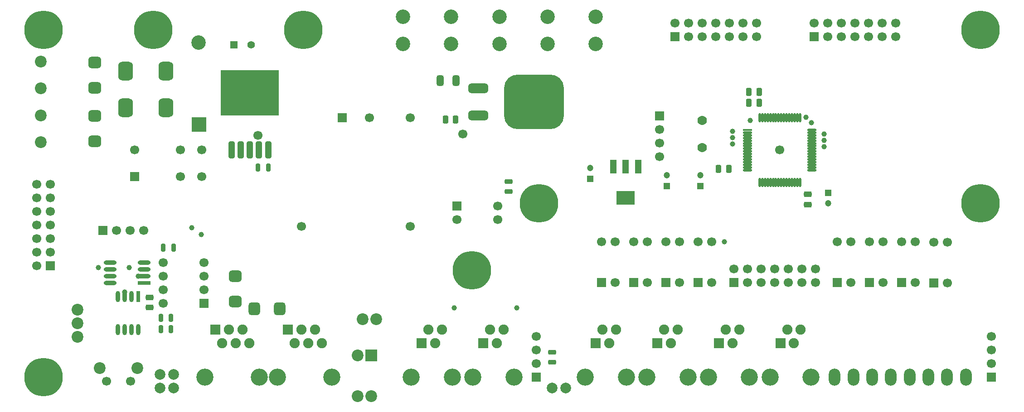
<source format=gts>
G04 Layer_Color=8388736*
%FSLAX42Y42*%
%MOMM*%
G71*
G01*
G75*
%ADD56C,1.00*%
%ADD59C,1.20*%
%ADD61C,1.70*%
%ADD63R,1.70X1.70*%
G04:AMPARAMS|DCode=71|XSize=0.9mm|YSize=1.5mm|CornerRadius=0.28mm|HoleSize=0mm|Usage=FLASHONLY|Rotation=90.000|XOffset=0mm|YOffset=0mm|HoleType=Round|Shape=RoundedRectangle|*
%AMROUNDEDRECTD71*
21,1,0.90,0.95,0,0,90.0*
21,1,0.35,1.50,0,0,90.0*
1,1,0.55,0.47,0.17*
1,1,0.55,0.47,-0.17*
1,1,0.55,-0.47,-0.17*
1,1,0.55,-0.47,0.17*
%
%ADD71ROUNDEDRECTD71*%
%ADD72O,0.80X2.10*%
%ADD73R,0.80X2.10*%
%ADD74O,2.40X0.80*%
%ADD75R,2.40X0.80*%
%ADD76O,0.45X1.75*%
%ADD77O,1.75X0.45*%
%ADD78R,1.75X0.45*%
G04:AMPARAMS|DCode=79|XSize=1.2mm|YSize=3.2mm|CornerRadius=0.35mm|HoleSize=0mm|Usage=FLASHONLY|Rotation=0.000|XOffset=0mm|YOffset=0mm|HoleType=Round|Shape=RoundedRectangle|*
%AMROUNDEDRECTD79*
21,1,1.20,2.50,0,0,0.0*
21,1,0.50,3.20,0,0,0.0*
1,1,0.70,0.25,-1.25*
1,1,0.70,-0.25,-1.25*
1,1,0.70,-0.25,1.25*
1,1,0.70,0.25,1.25*
%
%ADD79ROUNDEDRECTD79*%
%ADD80R,10.80X8.50*%
G04:AMPARAMS|DCode=81|XSize=0.9mm|YSize=1.5mm|CornerRadius=0.28mm|HoleSize=0mm|Usage=FLASHONLY|Rotation=180.000|XOffset=0mm|YOffset=0mm|HoleType=Round|Shape=RoundedRectangle|*
%AMROUNDEDRECTD81*
21,1,0.90,0.95,0,0,180.0*
21,1,0.35,1.50,0,0,180.0*
1,1,0.55,-0.17,0.47*
1,1,0.55,0.17,0.47*
1,1,0.55,0.17,-0.47*
1,1,0.55,-0.17,-0.47*
%
%ADD81ROUNDEDRECTD81*%
G04:AMPARAMS|DCode=82|XSize=2.2mm|YSize=2.4mm|CornerRadius=0.6mm|HoleSize=0mm|Usage=FLASHONLY|Rotation=0.000|XOffset=0mm|YOffset=0mm|HoleType=Round|Shape=RoundedRectangle|*
%AMROUNDEDRECTD82*
21,1,2.20,1.20,0,0,0.0*
21,1,1.00,2.40,0,0,0.0*
1,1,1.20,0.50,-0.60*
1,1,1.20,-0.50,-0.60*
1,1,1.20,-0.50,0.60*
1,1,1.20,0.50,0.60*
%
%ADD82ROUNDEDRECTD82*%
G04:AMPARAMS|DCode=83|XSize=2.2mm|YSize=2.4mm|CornerRadius=0.6mm|HoleSize=0mm|Usage=FLASHONLY|Rotation=270.000|XOffset=0mm|YOffset=0mm|HoleType=Round|Shape=RoundedRectangle|*
%AMROUNDEDRECTD83*
21,1,2.20,1.20,0,0,270.0*
21,1,1.00,2.40,0,0,270.0*
1,1,1.20,-0.60,-0.50*
1,1,1.20,-0.60,0.50*
1,1,1.20,0.60,0.50*
1,1,1.20,0.60,-0.50*
%
%ADD83ROUNDEDRECTD83*%
G04:AMPARAMS|DCode=84|XSize=2.7mm|YSize=3.5mm|CornerRadius=0.72mm|HoleSize=0mm|Usage=FLASHONLY|Rotation=180.000|XOffset=0mm|YOffset=0mm|HoleType=Round|Shape=RoundedRectangle|*
%AMROUNDEDRECTD84*
21,1,2.70,2.05,0,0,180.0*
21,1,1.25,3.50,0,0,180.0*
1,1,1.45,-0.63,1.02*
1,1,1.45,0.63,1.02*
1,1,1.45,0.63,-1.02*
1,1,1.45,-0.63,-1.02*
%
%ADD84ROUNDEDRECTD84*%
G04:AMPARAMS|DCode=85|XSize=1.1mm|YSize=1.5mm|CornerRadius=0.33mm|HoleSize=0mm|Usage=FLASHONLY|Rotation=90.000|XOffset=0mm|YOffset=0mm|HoleType=Round|Shape=RoundedRectangle|*
%AMROUNDEDRECTD85*
21,1,1.10,0.85,0,0,90.0*
21,1,0.45,1.50,0,0,90.0*
1,1,0.65,0.42,0.23*
1,1,0.65,0.42,-0.23*
1,1,0.65,-0.42,-0.23*
1,1,0.65,-0.42,0.23*
%
%ADD85ROUNDEDRECTD85*%
G04:AMPARAMS|DCode=86|XSize=1.1mm|YSize=1.5mm|CornerRadius=0.33mm|HoleSize=0mm|Usage=FLASHONLY|Rotation=180.000|XOffset=0mm|YOffset=0mm|HoleType=Round|Shape=RoundedRectangle|*
%AMROUNDEDRECTD86*
21,1,1.10,0.85,0,0,180.0*
21,1,0.45,1.50,0,0,180.0*
1,1,0.65,-0.23,0.42*
1,1,0.65,0.23,0.42*
1,1,0.65,0.23,-0.42*
1,1,0.65,-0.23,-0.42*
%
%ADD86ROUNDEDRECTD86*%
G04:AMPARAMS|DCode=87|XSize=1.35mm|YSize=2mm|CornerRadius=0.39mm|HoleSize=0mm|Usage=FLASHONLY|Rotation=0.000|XOffset=0mm|YOffset=0mm|HoleType=Round|Shape=RoundedRectangle|*
%AMROUNDEDRECTD87*
21,1,1.35,1.23,0,0,0.0*
21,1,0.57,2.00,0,0,0.0*
1,1,0.78,0.29,-0.61*
1,1,0.78,-0.29,-0.61*
1,1,0.78,-0.29,0.61*
1,1,0.78,0.29,0.61*
%
%ADD87ROUNDEDRECTD87*%
%ADD88R,3.50X2.60*%
%ADD89R,1.20X2.60*%
G04:AMPARAMS|DCode=90|XSize=1.8mm|YSize=3.7mm|CornerRadius=0.5mm|HoleSize=0mm|Usage=FLASHONLY|Rotation=270.000|XOffset=0mm|YOffset=0mm|HoleType=Round|Shape=RoundedRectangle|*
%AMROUNDEDRECTD90*
21,1,1.80,2.70,0,0,270.0*
21,1,0.80,3.70,0,0,270.0*
1,1,1.00,-1.35,-0.40*
1,1,1.00,-1.35,0.40*
1,1,1.00,1.35,0.40*
1,1,1.00,1.35,-0.40*
%
%ADD90ROUNDEDRECTD90*%
G04:AMPARAMS|DCode=91|XSize=10.2mm|YSize=11.2mm|CornerRadius=2.6mm|HoleSize=0mm|Usage=FLASHONLY|Rotation=270.000|XOffset=0mm|YOffset=0mm|HoleType=Round|Shape=RoundedRectangle|*
%AMROUNDEDRECTD91*
21,1,10.20,6.00,0,0,270.0*
21,1,5.00,11.20,0,0,270.0*
1,1,5.20,-3.00,-2.50*
1,1,5.20,-3.00,2.50*
1,1,5.20,3.00,2.50*
1,1,5.20,3.00,-2.50*
%
%ADD91ROUNDEDRECTD91*%
%ADD92C,7.20*%
%ADD93C,1.77*%
%ADD94C,2.20*%
%ADD95R,2.70X2.70*%
%ADD96C,2.70*%
%ADD97C,1.70*%
%ADD98R,1.70X1.70*%
%ADD99R,1.70X1.70*%
%ADD100R,1.70X1.70*%
%ADD101C,2.20*%
%ADD102R,2.20X2.20*%
%ADD103C,2.00*%
%ADD104R,1.20X1.20*%
%ADD105R,1.40X1.40*%
%ADD106C,1.40*%
%ADD107O,2.20X3.20*%
%ADD108C,1.90*%
%ADD109C,3.20*%
%ADD110R,1.90X1.90*%
D56*
X14580Y4310D02*
D03*
Y4430D02*
D03*
Y4550D02*
D03*
X12712Y2533D02*
D03*
X13198Y4800D02*
D03*
X8835Y1298D02*
D03*
X7672Y1295D02*
D03*
X14240Y4860D02*
D03*
X14340Y4760D02*
D03*
X12870Y4360D02*
D03*
Y4600D02*
D03*
Y4480D02*
D03*
X1770Y1893D02*
D03*
X1515Y1598D02*
D03*
X1595Y2053D02*
D03*
X1025Y2048D02*
D03*
X2765Y2795D02*
D03*
X2945Y2668D02*
D03*
D59*
X12262Y3778D02*
D03*
X11638D02*
D03*
X10210Y3915D02*
D03*
X14650Y3250D02*
D03*
D61*
X4814Y2819D02*
D03*
X6846Y2819D02*
D03*
X6846Y4851D02*
D03*
X6084D02*
D03*
X1357Y2745D02*
D03*
X1611Y2745D02*
D03*
X1865D02*
D03*
X1625Y-75D02*
D03*
X1175D02*
D03*
X2950Y4250D02*
D03*
X2550Y4250D02*
D03*
X2550Y3750D02*
D03*
X2950Y3750D02*
D03*
X1700Y4250D02*
D03*
X13312Y6373D02*
D03*
Y6627D02*
D03*
X13058Y6373D02*
D03*
Y6627D02*
D03*
X12804D02*
D03*
Y6373D02*
D03*
X12550Y6627D02*
D03*
Y6373D02*
D03*
X12296Y6627D02*
D03*
Y6373D02*
D03*
X12042Y6627D02*
D03*
Y6373D02*
D03*
X11788Y6627D02*
D03*
X15912Y6373D02*
D03*
Y6627D02*
D03*
X15658Y6373D02*
D03*
Y6627D02*
D03*
X15404D02*
D03*
Y6373D02*
D03*
X15150Y6627D02*
D03*
Y6373D02*
D03*
X14896Y6627D02*
D03*
Y6373D02*
D03*
X14642Y6627D02*
D03*
Y6373D02*
D03*
X14388Y6627D02*
D03*
X127Y3612D02*
D03*
X-127D02*
D03*
X127Y3358D02*
D03*
X-127D02*
D03*
Y3104D02*
D03*
X127D02*
D03*
X-127Y2850D02*
D03*
X127D02*
D03*
X-127Y2596D02*
D03*
X127D02*
D03*
X-127Y2342D02*
D03*
X127D02*
D03*
X-127Y2088D02*
D03*
X12888Y2027D02*
D03*
X13142D02*
D03*
X13396D02*
D03*
X13650D02*
D03*
X13904D02*
D03*
X14158D02*
D03*
X14412D02*
D03*
Y1773D02*
D03*
X13904D02*
D03*
X13396D02*
D03*
X13142D02*
D03*
X13650D02*
D03*
X14158D02*
D03*
X17700Y762D02*
D03*
Y508D02*
D03*
Y254D02*
D03*
X11505Y4128D02*
D03*
Y4382D02*
D03*
Y4636D02*
D03*
X9200Y762D02*
D03*
Y508D02*
D03*
Y254D02*
D03*
X4000Y4525D02*
D03*
X7825Y4550D02*
D03*
X13750Y4250D02*
D03*
D63*
X1103Y2745D02*
D03*
X11788Y6373D02*
D03*
X14388D02*
D03*
X12888Y1773D02*
D03*
D71*
X8682Y3660D02*
D03*
Y3470D02*
D03*
X9493Y472D02*
D03*
Y283D02*
D03*
D72*
X1387Y890D02*
D03*
X1514D02*
D03*
X1641D02*
D03*
X1768D02*
D03*
X1387Y1510D02*
D03*
X1514D02*
D03*
X1641D02*
D03*
D73*
X1768D02*
D03*
D74*
X1243Y2148D02*
D03*
Y2021D02*
D03*
Y1894D02*
D03*
Y1767D02*
D03*
X1873Y2148D02*
D03*
Y2021D02*
D03*
Y1894D02*
D03*
D75*
Y1767D02*
D03*
D76*
X13375Y4853D02*
D03*
X13425D02*
D03*
X13475D02*
D03*
X13525D02*
D03*
X13575D02*
D03*
X13625D02*
D03*
X13675D02*
D03*
X13725D02*
D03*
X13775D02*
D03*
X13825D02*
D03*
X13875D02*
D03*
X13925D02*
D03*
X13975D02*
D03*
X14025D02*
D03*
X14075D02*
D03*
X14125D02*
D03*
Y3647D02*
D03*
X14075D02*
D03*
X14025D02*
D03*
X13975D02*
D03*
X13925D02*
D03*
X13875D02*
D03*
X13825D02*
D03*
X13775D02*
D03*
X13725D02*
D03*
X13675D02*
D03*
X13625D02*
D03*
X13575D02*
D03*
X13525D02*
D03*
X13475D02*
D03*
X13425D02*
D03*
X13375D02*
D03*
D77*
X14352Y4625D02*
D03*
Y4575D02*
D03*
Y4525D02*
D03*
Y4475D02*
D03*
Y4425D02*
D03*
Y4375D02*
D03*
Y4325D02*
D03*
Y4275D02*
D03*
Y4225D02*
D03*
Y4175D02*
D03*
Y4125D02*
D03*
Y4075D02*
D03*
Y4025D02*
D03*
Y3975D02*
D03*
Y3925D02*
D03*
Y3875D02*
D03*
X13148D02*
D03*
Y3925D02*
D03*
Y3975D02*
D03*
Y4025D02*
D03*
Y4075D02*
D03*
Y4125D02*
D03*
Y4175D02*
D03*
Y4225D02*
D03*
Y4275D02*
D03*
Y4325D02*
D03*
Y4375D02*
D03*
Y4425D02*
D03*
Y4475D02*
D03*
Y4525D02*
D03*
Y4575D02*
D03*
D78*
Y4625D02*
D03*
D79*
X3683Y4252D02*
D03*
X4023Y4252D02*
D03*
X4193D02*
D03*
X3513Y4252D02*
D03*
X3853D02*
D03*
D80*
Y5320D02*
D03*
D81*
X2233Y2428D02*
D03*
X2423D02*
D03*
X2188Y1110D02*
D03*
X2378D02*
D03*
X2188Y898D02*
D03*
X2378D02*
D03*
X4005Y3925D02*
D03*
X4195Y3925D02*
D03*
D82*
X3938Y1282D02*
D03*
X4408D02*
D03*
D83*
X3575Y1890D02*
D03*
Y1420D02*
D03*
X950Y5885D02*
D03*
Y5415D02*
D03*
Y4885D02*
D03*
Y4415D02*
D03*
D84*
X1533Y5040D02*
D03*
X2283D02*
D03*
X1532Y5725D02*
D03*
X2283D02*
D03*
D85*
X1978Y1495D02*
D03*
Y1305D02*
D03*
X14275Y3230D02*
D03*
Y3420D02*
D03*
D86*
X12605Y3900D02*
D03*
X12795D02*
D03*
X13365Y5133D02*
D03*
X13175D02*
D03*
X13365Y5333D02*
D03*
X13175D02*
D03*
X7697Y4822D02*
D03*
X7507Y4822D02*
D03*
D87*
X7703Y5550D02*
D03*
X7403D02*
D03*
D88*
X10872Y3358D02*
D03*
D89*
X10643Y3938D02*
D03*
X10872Y3938D02*
D03*
X11103Y3938D02*
D03*
D90*
X8121Y4894D02*
D03*
X8121Y5401D02*
D03*
D91*
X9159Y5147D02*
D03*
D92*
X8000Y2000D02*
D03*
X0Y6500D02*
D03*
Y0D02*
D03*
X17500Y3250D02*
D03*
Y6500D02*
D03*
X2050D02*
D03*
X4850D02*
D03*
X9250Y3250D02*
D03*
D93*
X12300Y4804D02*
D03*
Y4296D02*
D03*
D94*
X630Y753D02*
D03*
Y1007D02*
D03*
Y1260D02*
D03*
X6210Y1085D02*
D03*
X5955D02*
D03*
D95*
X2900Y4730D02*
D03*
D96*
X2895Y6262D02*
D03*
X10313Y6739D02*
D03*
Y6231D02*
D03*
X8513Y6739D02*
D03*
Y6231D02*
D03*
X7613Y6739D02*
D03*
Y6231D02*
D03*
X9413Y6739D02*
D03*
Y6231D02*
D03*
X6713Y6739D02*
D03*
Y6231D02*
D03*
D97*
X2229Y2141D02*
D03*
X2229Y1887D02*
D03*
Y1633D02*
D03*
X2229Y1379D02*
D03*
X2991Y2141D02*
D03*
Y1887D02*
D03*
Y1633D02*
D03*
X16878Y2526D02*
D03*
X16624Y2526D02*
D03*
X16878Y1764D02*
D03*
X16277Y2531D02*
D03*
X16023D02*
D03*
X16277Y1769D02*
D03*
X15677Y2531D02*
D03*
X15423D02*
D03*
X15677Y1769D02*
D03*
X15077Y2531D02*
D03*
X14823D02*
D03*
X15077Y1769D02*
D03*
X12477Y2531D02*
D03*
X12223D02*
D03*
X12477Y1769D02*
D03*
X11877Y2531D02*
D03*
X11623D02*
D03*
X11877Y1769D02*
D03*
X11277Y2531D02*
D03*
X11023D02*
D03*
X11277Y1769D02*
D03*
X10677Y2531D02*
D03*
X10423D02*
D03*
X10677Y1769D02*
D03*
X8481Y2948D02*
D03*
Y3202D02*
D03*
X7719Y2948D02*
D03*
D98*
X2991Y1379D02*
D03*
X7719Y3202D02*
D03*
D99*
X16624Y1764D02*
D03*
X16023Y1769D02*
D03*
X15423D02*
D03*
X14823D02*
D03*
X12223Y1769D02*
D03*
X11623Y1769D02*
D03*
X11023Y1769D02*
D03*
X10423Y1769D02*
D03*
D100*
X5576Y4851D02*
D03*
X1700Y3750D02*
D03*
X127Y2088D02*
D03*
X17700Y0D02*
D03*
X11505Y4890D02*
D03*
X9200Y0D02*
D03*
D101*
X1050Y175D02*
D03*
X1750D02*
D03*
X5868Y-356D02*
D03*
X6122D02*
D03*
X5868Y406D02*
D03*
X-50Y4400D02*
D03*
Y4900D02*
D03*
Y5400D02*
D03*
Y5900D02*
D03*
D102*
X6122Y406D02*
D03*
D103*
X2427Y50D02*
D03*
X2173D02*
D03*
X2427Y-200D02*
D03*
X2173D02*
D03*
X9747Y-203D02*
D03*
X9493D02*
D03*
D104*
X12262Y3578D02*
D03*
X11638D02*
D03*
X10210Y3715D02*
D03*
X14650Y3450D02*
D03*
D105*
X3553Y6217D02*
D03*
D106*
X3877D02*
D03*
D107*
X17225Y0D02*
D03*
X16875D02*
D03*
X16525D02*
D03*
X16175D02*
D03*
X15825D02*
D03*
X15475D02*
D03*
X15125D02*
D03*
X14775D02*
D03*
D108*
X14140Y894D02*
D03*
X14013Y641D02*
D03*
X13887Y894D02*
D03*
X12736D02*
D03*
X12863Y641D02*
D03*
X12990Y894D02*
D03*
X11840D02*
D03*
X11714Y641D02*
D03*
X11586Y894D02*
D03*
X10436D02*
D03*
X10564Y641D02*
D03*
X10690Y894D02*
D03*
X7441Y895D02*
D03*
X7314Y641D02*
D03*
X7187Y895D02*
D03*
X8337D02*
D03*
X8464Y641D02*
D03*
X8591Y895D02*
D03*
X5193Y641D02*
D03*
X5066Y895D02*
D03*
X4685Y641D02*
D03*
X4939D02*
D03*
X4812Y895D02*
D03*
X3840Y641D02*
D03*
X3713Y895D02*
D03*
X3332Y641D02*
D03*
X3586D02*
D03*
X3459Y895D02*
D03*
D109*
X13567Y5D02*
D03*
X14333D02*
D03*
X13183D02*
D03*
X12417D02*
D03*
X11267D02*
D03*
X12033D02*
D03*
X10883D02*
D03*
X10117D02*
D03*
X6867Y6D02*
D03*
X7633D02*
D03*
X8783D02*
D03*
X8017D02*
D03*
X4367D02*
D03*
X5383D02*
D03*
X3015D02*
D03*
X4031D02*
D03*
D110*
X13760Y641D02*
D03*
X12610D02*
D03*
X11460D02*
D03*
X10310D02*
D03*
X7060Y641D02*
D03*
X8210D02*
D03*
X4558Y895D02*
D03*
X3205D02*
D03*
M02*

</source>
